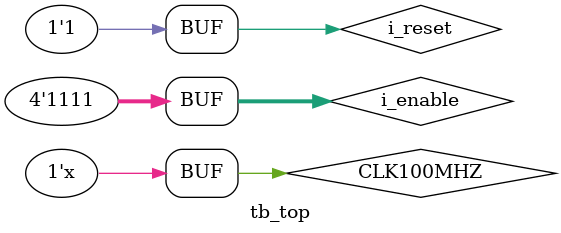
<source format=v>
`timescale 1ns/100ps

module tb_top();
	
	reg [3:0] i_enable;
	reg CLK100MHZ;
	reg i_reset;
	wire [3:0] o_led_r;
	wire [3:0] o_leds;
      
   initial begin
		i_reset = 1'b1;
		i_enable = 3'b000;
		CLK100MHZ = 1'b1;
		i_reset = 1'b0;
		
		#10
		i_reset = 1'b1;
		#120
		i_enable = 4'b0000;
		#140
		i_enable = 4'b1111;
		#160
		i_enable = 4'b0111;
		#300
		i_enable = 4'b1111;
   end

   always #5 CLK100MHZ = ~CLK100MHZ;

top
  u_top
    (
     .i_enable	(i_enable),
     .clock		(CLK100MHZ),
     .i_reset	(i_reset),
     .o_led_r	(o_led_r),
     .o_leds	(o_leds)
     );

endmodule // tb_shiftleds

</source>
